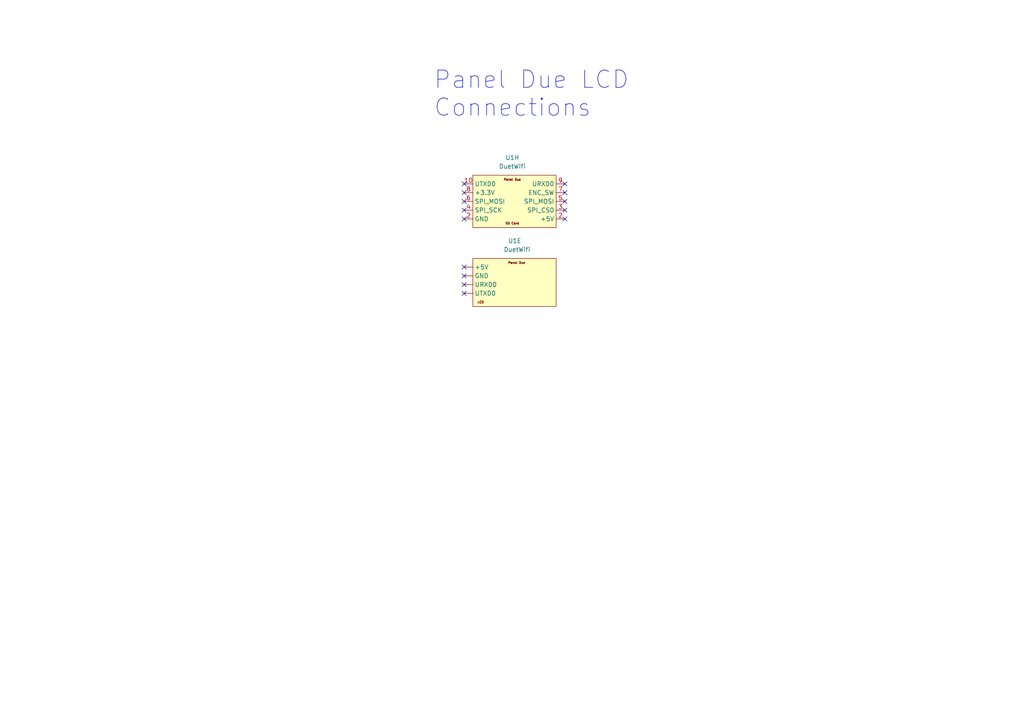
<source format=kicad_sch>
(kicad_sch (version 20211123) (generator eeschema)
  (paper "A4")
  (title_block (title "Panel Due LCD Connections") (company "The 10 Pin connector provides everything the 4 pin does plus SD card support"))
  (lib_symbols
    (symbol "DuetWifi_4"
      (property "Reference" "U" (at 5.08 2.54 0))
      (property "Value" "DuetWifi_4" (at -5.08 2.54 0))
      (symbol "DuetWifi_4_1_0"
        (text "Stepper Outputs" (at -10.16 -30.48 0) (effects (font (size 0.635 0.635)) (justify left)))
        (text "Stepper Outputs" (at -10.16 -30.48 0) (effects (font (size 0.635 0.635)) (justify left)))
      )
      (symbol "DuetWifi_4_1_1"
        (rectangle (start -13.97 0) (end 15.24 -38.1) (fill (type background)))
        (pin output line (at -16.51 -2.54 0) (length 2.54) (name "Drive0_A+") (number ""))
        (pin output line (at -16.51 -5.08 0) (length 2.54) (name "Drive0_A-") (number ""))
        (pin output line (at -16.51 -7.62 0) (length 2.54) (name "Drive0_B+") (number ""))
        (pin output line (at -16.51 -10.16 0) (length 2.54) (name "Drive0_B-") (number ""))
        (pin output line (at -16.51 -15.24 0) (length 2.54) (name "Drive1_A+") (number ""))
        (pin output line (at -16.51 -17.78 0) (length 2.54) (name "Drive1_A-") (number ""))
        (pin output line (at -16.51 -20.32 0) (length 2.54) (name "Drive1_B+") (number ""))
        (pin output line (at -16.51 -22.86 0) (length 2.54) (name "Drive1_B-") (number ""))
        (pin output line (at 17.78 -2.54 180) (length 2.54) (name "Drive2_A+") (number ""))
        (pin output line (at 17.78 -5.08 180) (length 2.54) (name "Drive2_A-") (number ""))
        (pin output line (at 17.78 -7.62 180) (length 2.54) (name "Drive2_B+") (number ""))
        (pin output line (at 17.78 -10.16 180) (length 2.54) (name "Drive2_B-") (number ""))
        (pin output line (at 17.78 -15.24 180) (length 2.54) (name "Drive3_A+") (number ""))
        (pin output line (at 17.78 -17.78 180) (length 2.54) (name "Drive3_A-") (number ""))
        (pin output line (at 17.78 -20.32 180) (length 2.54) (name "Drive3_B+") (number ""))
        (pin output line (at 17.78 -22.86 180) (length 2.54) (name "Drive3_B-") (number ""))
        (pin output line (at 17.78 -27.94 180) (length 2.54) (name "Drive4_A+") (number ""))
        (pin output line (at 17.78 -30.48 180) (length 2.54) (name "Drive4_A-") (number ""))
        (pin output line (at 17.78 -33.02 180) (length 2.54) (name "Drive4_B+") (number ""))
        (pin output line (at 17.78 -35.56 180) (length 2.54) (name "Drive4_B-") (number ""))
      )
      (symbol "DuetWifi_4_2_0"
        (rectangle (start -11.43 0) (end 11.43 -30.48) (fill (type background)))
        (text "End Stops" (at 0 -12.7 0) (effects (font (size 0.635 0.635))))
      )
      (symbol "DuetWifi_4_2_1"
        (pin power_out line (at -13.97 -22.86 0) (length 2.54) (name "3.3V") (number ""))
        (pin power_out line (at -13.97 -13.97 0) (length 2.54) (name "3.3V") (number ""))
        (pin power_out line (at 13.97 -20.32 180) (length 2.54) (name "3.3V") (number ""))
        (pin power_out line (at 13.97 -13.97 180) (length 2.54) (name "3.3V") (number ""))
        (pin power_out line (at 13.97 -5.08 180) (length 2.54) (name "3.3V") (number ""))
        (pin bidirectional line (at -13.97 -5.08 0) (length 2.54) (name "DIR11/LCD_E") (number ""))
        (pin input line (at 13.97 -7.62 180) (length 2.54) (name "E0_STOP") (number ""))
        (pin input line (at 13.97 -16.51 180) (length 2.54) (name "E1_STOP") (number ""))
        (pin power_out line (at -13.97 -20.32 0) (length 2.54) (name "GND") (number ""))
        (pin power_out line (at -13.97 -11.43 0) (length 2.54) (name "GND") (number ""))
        (pin power_out line (at -13.97 -2.54 0) (length 2.54) (name "GND") (number ""))
        (pin power_out line (at 13.97 -25.4 180) (length 2.54) (name "GND") (number ""))
        (pin power_out line (at 13.97 -11.43 180) (length 2.54) (name "GND") (number ""))
        (pin power_out line (at 13.97 -2.54 180) (length 2.54) (name "GND") (number ""))
        (pin input line (at -13.97 -25.4 0) (length 2.54) (name "X_STOP") (number ""))
        (pin input line (at -13.97 -16.51 0) (length 2.54) (name "Y_STOP") (number ""))
        (pin input line (at 13.97 -27.94 180) (length 2.54) (name "Z_PROBE_IN") (number ""))
        (pin output line (at 13.97 -22.86 180) (length 2.54) (name "Z_PROBE_MOD") (number ""))
        (pin input line (at -13.97 -7.62 0) (length 2.54) (name "Z_STOP") (number ""))
      )
      (symbol "DuetWifi_4_3_0"
        (rectangle (start -13.97 0) (end 15.24 -22.86) (fill (type background)))
        (text "Bed Output" (at 8.89 -20.32 0) (effects (font (size 0.635 0.635)) (justify left)))
        (text "Temp Sensors" (at -11.43 -20.32 0) (effects (font (size 0.635 0.635)) (justify left)))
      )
      (symbol "DuetWifi_4_3_1"
        (pin output line (at 17.78 -5.08 180) (length 2.54) (name "Bed-") (number ""))
        (pin output line (at 17.78 -11.43 180) (length 2.54) (name "E0") (number ""))
        (pin output line (at 17.78 -17.78 180) (length 2.54) (name "E1") (number ""))
        (pin input line (at -16.51 -2.54 0) (length 2.54) (name "Thermistor0+") (number ""))
        (pin input line (at -16.51 -5.08 0) (length 2.54) (name "Thermistor0-") (number ""))
        (pin input line (at -16.51 -8.89 0) (length 2.54) (name "Thermistor1+") (number ""))
        (pin input line (at -16.51 -11.43 0) (length 2.54) (name "Thermistor1-") (number ""))
        (pin input line (at -16.51 -15.24 0) (length 2.54) (name "Thermistor2+") (number ""))
        (pin input line (at -16.51 -17.78 0) (length 2.54) (name "Thermistor2-") (number ""))
        (pin power_in line (at 17.78 -15.24 180) (length 2.54) (name "VIN") (number ""))
        (pin power_in line (at 17.78 -8.89 180) (length 2.54) (name "VIN") (number ""))
        (pin power_in line (at 17.78 -2.54 180) (length 2.54) (name "VIN") (number ""))
      )
      (symbol "DuetWifi_4_4_0"
        (text "Always On Fans" (at -5.08 -22.86 0) (effects (font (size 0.635 0.635)) (justify left)))
        (text "Main Power" (at -5.08 -3.81 0) (effects (font (size 0.635 0.635)) (justify left)))
        (text "PMW Fans" (at 6.35 -17.78 0) (effects (font (size 0.635 0.635)) (justify left)))
        (text "PSU Wakeup" (at -5.08 -12.7 0) (effects (font (size 0.635 0.635)) (justify left)))
      )
      (symbol "DuetWifi_4_4_1"
        (rectangle (start -12.7 0) (end 12.7 -29.21) (fill (type background)))
        (pin power_in line (at -15.24 -2.54 0) (length 2.54) (name "24V+") (number ""))
        (pin power_in line (at -15.24 -10.16 0) (length 2.54) (name "5V+") (number ""))
        (pin output line (at 15.24 -2.54 180) (length 2.54) (name "Fan0+") (number ""))
        (pin output line (at 15.24 -5.08 180) (length 2.54) (name "Fan0-") (number ""))
        (pin output line (at 15.24 -7.62 180) (length 2.54) (name "Fan1+") (number ""))
        (pin output line (at 15.24 -10.16 180) (length 2.54) (name "Fan1-") (number ""))
        (pin output line (at 15.24 -12.7 180) (length 2.54) (name "Fan2+") (number ""))
        (pin output line (at 15.24 -15.24 180) (length 2.54) (name "Fan2-") (number ""))
        (pin output line (at -15.24 -26.67 0) (length 2.54) (name "GND") (number ""))
        (pin output line (at -15.24 -21.59 0) (length 2.54) (name "GND") (number ""))
        (pin power_in line (at -15.24 -15.24 0) (length 2.54) (name "GND") (number ""))
        (pin power_in line (at -15.24 -5.08 0) (length 2.54) (name "GND") (number ""))
        (pin input line (at -15.24 -12.7 0) (length 2.54) (name "PS_ON") (number ""))
        (pin output line (at -15.24 -24.13 0) (length 2.54) (name "V_Fan") (number ""))
        (pin output line (at -15.24 -19.05 0) (length 2.54) (name "V_Fan") (number ""))
      )
      (symbol "DuetWifi_4_5_0"
        (text "LCD" (at -11.43 -12.7 0) (effects (font (size 0.635 0.635)) (justify left)))
        (text "Panel Due" (at 0 -1.27 0) (effects (font (size 0.635 0.635))))
      )
      (symbol "DuetWifi_4_5_1"
        (rectangle (start -12.7 0) (end 11.43 -13.97) (fill (type background)))
        (pin power_out line (at -15.24 -2.54 0) (length 2.54) (name "+5V") (number ""))
        (pin power_out line (at -15.24 -5.08 0) (length 2.54) (name "GND") (number ""))
        (pin input line (at -15.24 -7.62 0) (length 2.54) (name "URXD0") (number ""))
        (pin output line (at -15.24 -10.16 0) (length 2.54) (name "UTXD0") (number ""))
      )
      (symbol "DuetWifi_4_6_0"
        (rectangle (start -15.24 0) (end 15.24 -15.24) (fill (type background)))
        (text "Temp DaughterBoard" (at -1.27 -2.54 0) (effects (font (size 0.635 0.635))))
      )
      (symbol "DuetWifi_4_6_1"
        (pin no_connect line (at -17.78 -2.54 0) (length 2.54) (name "NC") (number "10"))
        (pin power_out line (at -17.78 -12.7 0) (length 2.54) (name "GND") (number "2"))
        (pin bidirectional line (at 17.78 -10.16 180) (length 2.54) (name "SPI_CS1") (number "3"))
        (pin bidirectional line (at 17.78 -12.7 180) (length 2.54) (name "SPI_CS2") (number "3"))
        (pin bidirectional line (at -17.78 -10.16 0) (length 2.54) (name "SPI_SCK") (number "4"))
        (pin bidirectional line (at 17.78 -7.62 180) (length 2.54) (name "SPI_MOSI") (number "5"))
        (pin bidirectional line (at -17.78 -7.62 0) (length 2.54) (name "SPI_MISO") (number "6"))
        (pin bidirectional line (at 17.78 -5.08 180) (length 2.54) (name "SPI_CS3") (number "7"))
        (pin power_out line (at -17.78 -5.08 0) (length 2.54) (name "3.3V+") (number "8"))
        (pin bidirectional line (at 17.78 -2.54 180) (length 2.54) (name "SPI_CS4") (number "9"))
      )
      (symbol "DuetWifi_4_7_0"
        (rectangle (start -17.78 0) (end 16.51 -68.58) (fill (type background)))
        (text "E2 = Drive5" (at -3.81 -5.08 0) (effects (font (size 0.635 0.635)) (justify left)))
        (text "E3 = Drive6" (at -3.81 -6.35 0) (effects (font (size 0.635 0.635)) (justify left)))
        (text "E4 = Drive7" (at -3.81 -7.62 0) (effects (font (size 0.635 0.635)) (justify left)))
        (text "E5 = Drive8" (at -3.81 -8.89 0) (effects (font (size 0.635 0.635)) (justify left)))
        (text "E6 = Drive9" (at -3.81 -10.16 0) (effects (font (size 0.635 0.635)) (justify left)))
        (text "Expansion" (at -1.27 -2.54 0) (effects (font (size 0.635 0.635))))
      )
      (symbol "DuetWifi_4_7_1"
        (pin power_out line (at -20.32 -2.54 0) (length 2.54) (name "+5V") (number "1"))
        (pin bidirectional line (at 19.05 -15.24 180) (length 2.54) (name "E3_En") (number "10"))
        (pin bidirectional line (at -20.32 -15.24 0) (length 2.54) (name "E3_Dir") (number "11"))
        (pin bidirectional line (at 19.05 -17.78 180) (length 2.54) (name "E4_Stop") (number "12"))
        (pin bidirectional line (at -20.32 -17.78 0) (length 2.54) (name "Heater4") (number "13"))
        (pin bidirectional line (at 19.05 -20.32 180) (length 2.54) (name "E4_Dir") (number "14"))
        (pin bidirectional line (at -20.32 -20.32 0) (length 2.54) (name "E4_Step") (number "15"))
        (pin bidirectional line (at 19.05 -22.86 180) (length 2.54) (name "Heater5") (number "16"))
        (pin bidirectional line (at -20.32 -22.86 0) (length 2.54) (name "E4_En") (number "17"))
        (pin bidirectional line (at 19.05 -25.4 180) (length 2.54) (name "E5_Step") (number "18"))
        (pin bidirectional line (at -20.32 -25.4 0) (length 2.54) (name "E5_Stop") (number "19"))
        (pin power_out line (at 19.05 -2.54 180) (length 2.54) (name "GND") (number "2"))
        (pin bidirectional line (at 19.05 -27.94 180) (length 2.54) (name "E5_En") (number "20"))
        (pin bidirectional line (at -20.32 -27.94 0) (length 2.54) (name "E5_Dir") (number "21"))
        (pin bidirectional line (at 19.05 -30.48 180) (length 2.54) (name "E5_En") (number "22"))
        (pin bidirectional line (at -20.32 -30.48 0) (length 2.54) (name "Heater6") (number "23"))
        (pin bidirectional line (at 19.05 -33.02 180) (length 2.54) (name "E6_Stop") (number "24"))
        (pin bidirectional line (at -20.32 -33.02 0) (length 2.54) (name "E6_Step") (number "25"))
        (pin bidirectional line (at 19.05 -35.56 180) (length 2.54) (name "E6_Dir") (number "26"))
        (pin bidirectional line (at -20.32 -35.56 0) (length 2.54) (name "E6_En") (number "27"))
        (pin bidirectional line (at 19.05 -38.1 180) (length 2.54) (name "ENN") (number "28"))
        (pin bidirectional line (at -20.32 -38.1 0) (length 2.54) (name "PB6/TMS") (number "29"))
        (pin power_out line (at -20.32 -5.08 0) (length 2.54) (name "+3.3V") (number "3"))
        (pin power_out line (at 19.05 -40.64 180) (length 2.54) (name "GND") (number "30"))
        (pin bidirectional line (at -20.32 -40.64 0) (length 2.54) (name "Heater7") (number "31"))
        (pin bidirectional line (at 19.05 -43.18 180) (length 2.54) (name "SPI1_SCK_BE") (number "32"))
        (pin bidirectional line (at -20.32 -43.18 0) (length 2.54) (name "SPI1_Mosi_B") (number "33"))
        (pin bidirectional line (at 19.05 -45.72 180) (length 2.54) (name "Spi1_MISO") (number "34"))
        (pin bidirectional line (at -20.32 -45.72 0) (length 2.54) (name "Thermistor3") (number "35"))
        (pin bidirectional line (at 19.05 -48.26 180) (length 2.54) (name "Thermistor4") (number "36"))
        (pin bidirectional line (at -20.32 -48.26 0) (length 2.54) (name "Thermistor5") (number "37"))
        (pin bidirectional line (at 19.05 -50.8 180) (length 2.54) (name "Thermistor6") (number "38"))
        (pin bidirectional line (at -20.32 -50.8 0) (length 2.54) (name "Thermistor7") (number "39"))
        (pin bidirectional line (at 19.05 -7.62 180) (length 2.54) (name "E2_Dir") (number "4"))
        (pin bidirectional line (at 19.05 -5.08 180) (length 2.54) (name "E2_Stop") (number "4"))
        (pin bidirectional line (at 19.05 -53.34 180) (length 2.54) (name "VSSA") (number "40"))
        (pin bidirectional line (at -20.32 -53.34 0) (length 2.54) (name "ADVREF") (number "41"))
        (pin power_out line (at 19.05 -55.88 180) (length 2.54) (name "GND") (number "42"))
        (pin power_out line (at -20.32 -55.88 0) (length 2.54) (name "+3.3V") (number "43"))
        (pin bidirectional line (at 19.05 -58.42 180) (length 2.54) (name "Reset") (number "44"))
        (pin bidirectional line (at -20.32 -58.42 0) (length 2.54) (name "TWDO") (number "45"))
        (pin bidirectional line (at 19.05 -60.96 180) (length 2.54) (name "TWCK0") (number "46"))
        (pin bidirectional line (at -20.32 -60.96 0) (length 2.54) (name "SPI0_SCK") (number "47"))
        (pin bidirectional line (at 19.05 -63.5 180) (length 2.54) (name "SPI0_MOSI") (number "48"))
        (pin bidirectional line (at -20.32 -63.5 0) (length 2.54) (name "SPI0_MISO") (number "49"))
        (pin bidirectional line (at -20.32 -7.62 0) (length 2.54) (name "E2_Step") (number "5"))
        (pin bidirectional line (at 19.05 -66.04 180) (length 2.54) (name "CS5") (number "50"))
        (pin bidirectional line (at 19.05 -10.16 180) (length 2.54) (name "Heater3") (number "6"))
        (pin bidirectional line (at -20.32 -10.16 0) (length 2.54) (name "E2_En") (number "7"))
        (pin bidirectional line (at 19.05 -12.7 180) (length 2.54) (name "E3_Step") (number "8"))
        (pin bidirectional line (at -20.32 -12.7 0) (length 2.54) (name "E3_Stop") (number "9"))
      )
      (symbol "DuetWifi_4_8_0"
        (text "Panel Due" (at -3.81 -1.27 0) (effects (font (size 0.635 0.635)) (justify left)))
        (text "SD Card" (at -1.27 -13.97 0) (effects (font (size 0.635 0.635))))
      )
      (symbol "DuetWifi_4_8_1"
        (rectangle (start -12.7 0) (end 11.43 -15.24) (fill (type background)))
        (pin bidirectional line (at -15.24 -2.54 0) (length 2.54) (name "UTXD0") (number "10"))
        (pin power_out line (at 13.97 -12.7 180) (length 2.54) (name "+5V") (number "2"))
        (pin power_out line (at -15.24 -12.7 0) (length 2.54) (name "GND") (number "2"))
        (pin bidirectional line (at 13.97 -10.16 180) (length 2.54) (name "SPI_CS0") (number "3"))
        (pin bidirectional line (at -15.24 -10.16 0) (length 2.54) (name "SPI_SCK") (number "4"))
        (pin bidirectional line (at 13.97 -7.62 180) (length 2.54) (name "SPI_MOSI") (number "5"))
        (pin bidirectional line (at -15.24 -7.62 0) (length 2.54) (name "SPI_MOSI") (number "6"))
        (pin bidirectional line (at 13.97 -5.08 180) (length 2.54) (name "ENC_SW") (number "7"))
        (pin power_out line (at -15.24 -5.08 0) (length 2.54) (name "+3.3V") (number "8"))
        (pin bidirectional line (at 13.97 -2.54 180) (length 2.54) (name "URXD0") (number "9"))
      )
      (symbol "DuetWifi_4_9_0"
        (text "Conn LCD" (at -2.54 -1.27 0) (effects (font (size 0.635 0.635)) (justify left)))
        (text "Stepper Channel 10/11" (at 0 -13.97 0) (effects (font (size 0.635 0.635))))
      )
      (symbol "DuetWifi_4_9_1"
        (rectangle (start -20.32 0) (end 19.05 -15.24) (fill (type background)))
        (pin power_out line (at 21.59 -12.7 180) (length 2.54) (name "+3.3V") (number "1"))
        (pin bidirectional line (at -22.86 -2.54 0) (length 2.54) (name "STP11/LCD_DB4") (number "10"))
        (pin power_out line (at -22.86 -12.7 0) (length 2.54) (name "GND") (number "2"))
        (pin bidirectional line (at 21.59 -10.16 180) (length 2.54) (name "STOP10/ENC_B") (number "3"))
        (pin bidirectional line (at -22.86 -10.16 0) (length 2.54) (name "STOP11/ENC_A") (number "4"))
        (pin bidirectional line (at 21.59 -7.62 180) (length 2.54) (name "EN10/LCD_DB7") (number "5"))
        (pin bidirectional line (at -22.86 -7.62 0) (length 2.54) (name "EN11/LCD_RS") (number "6"))
        (pin bidirectional line (at 21.59 -5.08 180) (length 2.54) (name "DIR10/LCD_DB6") (number "7"))
        (pin bidirectional line (at -22.86 -5.08 0) (length 2.54) (name "DIR11/LCD_E") (number "8"))
        (pin bidirectional line (at 21.59 -2.54 180) (length 2.54) (name "STP10/LCD_DB5") (number "9"))
      )
    )
    (symbol "DuetWifi_6"
      (property "Reference" "U" (at 5.08 2.54 0))
      (property "Value" "DuetWifi_6" (at -5.08 2.54 0))
      (symbol "DuetWifi_6_1_0"
        (text "Stepper Outputs" (at -10.16 -30.48 0) (effects (font (size 0.635 0.635)) (justify left)))
        (text "Stepper Outputs" (at -10.16 -30.48 0) (effects (font (size 0.635 0.635)) (justify left)))
      )
      (symbol "DuetWifi_6_1_1"
        (rectangle (start -13.97 0) (end 15.24 -38.1) (fill (type background)))
        (pin output line (at -16.51 -2.54 0) (length 2.54) (name "Drive0_A+") (number ""))
        (pin output line (at -16.51 -5.08 0) (length 2.54) (name "Drive0_A-") (number ""))
        (pin output line (at -16.51 -7.62 0) (length 2.54) (name "Drive0_B+") (number ""))
        (pin output line (at -16.51 -10.16 0) (length 2.54) (name "Drive0_B-") (number ""))
        (pin output line (at -16.51 -15.24 0) (length 2.54) (name "Drive1_A+") (number ""))
        (pin output line (at -16.51 -17.78 0) (length 2.54) (name "Drive1_A-") (number ""))
        (pin output line (at -16.51 -20.32 0) (length 2.54) (name "Drive1_B+") (number ""))
        (pin output line (at -16.51 -22.86 0) (length 2.54) (name "Drive1_B-") (number ""))
        (pin output line (at 17.78 -2.54 180) (length 2.54) (name "Drive2_A+") (number ""))
        (pin output line (at 17.78 -5.08 180) (length 2.54) (name "Drive2_A-") (number ""))
        (pin output line (at 17.78 -7.62 180) (length 2.54) (name "Drive2_B+") (number ""))
        (pin output line (at 17.78 -10.16 180) (length 2.54) (name "Drive2_B-") (number ""))
        (pin output line (at 17.78 -15.24 180) (length 2.54) (name "Drive3_A+") (number ""))
        (pin output line (at 17.78 -17.78 180) (length 2.54) (name "Drive3_A-") (number ""))
        (pin output line (at 17.78 -20.32 180) (length 2.54) (name "Drive3_B+") (number ""))
        (pin output line (at 17.78 -22.86 180) (length 2.54) (name "Drive3_B-") (number ""))
        (pin output line (at 17.78 -27.94 180) (length 2.54) (name "Drive4_A+") (number ""))
        (pin output line (at 17.78 -30.48 180) (length 2.54) (name "Drive4_A-") (number ""))
        (pin output line (at 17.78 -33.02 180) (length 2.54) (name "Drive4_B+") (number ""))
        (pin output line (at 17.78 -35.56 180) (length 2.54) (name "Drive4_B-") (number ""))
      )
      (symbol "DuetWifi_6_2_0"
        (rectangle (start -11.43 0) (end 11.43 -30.48) (fill (type background)))
        (text "End Stops" (at 0 -12.7 0) (effects (font (size 0.635 0.635))))
      )
      (symbol "DuetWifi_6_2_1"
        (pin power_out line (at -13.97 -22.86 0) (length 2.54) (name "3.3V") (number ""))
        (pin power_out line (at -13.97 -13.97 0) (length 2.54) (name "3.3V") (number ""))
        (pin power_out line (at 13.97 -20.32 180) (length 2.54) (name "3.3V") (number ""))
        (pin power_out line (at 13.97 -13.97 180) (length 2.54) (name "3.3V") (number ""))
        (pin power_out line (at 13.97 -5.08 180) (length 2.54) (name "3.3V") (number ""))
        (pin bidirectional line (at -13.97 -5.08 0) (length 2.54) (name "DIR11/LCD_E") (number ""))
        (pin input line (at 13.97 -7.62 180) (length 2.54) (name "E0_STOP") (number ""))
        (pin input line (at 13.97 -16.51 180) (length 2.54) (name "E1_STOP") (number ""))
        (pin power_out line (at -13.97 -20.32 0) (length 2.54) (name "GND") (number ""))
        (pin power_out line (at -13.97 -11.43 0) (length 2.54) (name "GND") (number ""))
        (pin power_out line (at -13.97 -2.54 0) (length 2.54) (name "GND") (number ""))
        (pin power_out line (at 13.97 -25.4 180) (length 2.54) (name "GND") (number ""))
        (pin power_out line (at 13.97 -11.43 180) (length 2.54) (name "GND") (number ""))
        (pin power_out line (at 13.97 -2.54 180) (length 2.54) (name "GND") (number ""))
        (pin input line (at -13.97 -25.4 0) (length 2.54) (name "X_STOP") (number ""))
        (pin input line (at -13.97 -16.51 0) (length 2.54) (name "Y_STOP") (number ""))
        (pin input line (at 13.97 -27.94 180) (length 2.54) (name "Z_PROBE_IN") (number ""))
        (pin output line (at 13.97 -22.86 180) (length 2.54) (name "Z_PROBE_MOD") (number ""))
        (pin input line (at -13.97 -7.62 0) (length 2.54) (name "Z_STOP") (number ""))
      )
      (symbol "DuetWifi_6_3_0"
        (rectangle (start -13.97 0) (end 15.24 -22.86) (fill (type background)))
        (text "Bed Output" (at 8.89 -20.32 0) (effects (font (size 0.635 0.635)) (justify left)))
        (text "Temp Sensors" (at -11.43 -20.32 0) (effects (font (size 0.635 0.635)) (justify left)))
      )
      (symbol "DuetWifi_6_3_1"
        (pin output line (at 17.78 -5.08 180) (length 2.54) (name "Bed-") (number ""))
        (pin output line (at 17.78 -11.43 180) (length 2.54) (name "E0") (number ""))
        (pin output line (at 17.78 -17.78 180) (length 2.54) (name "E1") (number ""))
        (pin input line (at -16.51 -2.54 0) (length 2.54) (name "Thermistor0+") (number ""))
        (pin input line (at -16.51 -5.08 0) (length 2.54) (name "Thermistor0-") (number ""))
        (pin input line (at -16.51 -8.89 0) (length 2.54) (name "Thermistor1+") (number ""))
        (pin input line (at -16.51 -11.43 0) (length 2.54) (name "Thermistor1-") (number ""))
        (pin input line (at -16.51 -15.24 0) (length 2.54) (name "Thermistor2+") (number ""))
        (pin input line (at -16.51 -17.78 0) (length 2.54) (name "Thermistor2-") (number ""))
        (pin power_in line (at 17.78 -15.24 180) (length 2.54) (name "VIN") (number ""))
        (pin power_in line (at 17.78 -8.89 180) (length 2.54) (name "VIN") (number ""))
        (pin power_in line (at 17.78 -2.54 180) (length 2.54) (name "VIN") (number ""))
      )
      (symbol "DuetWifi_6_4_0"
        (text "Always On Fans" (at -5.08 -22.86 0) (effects (font (size 0.635 0.635)) (justify left)))
        (text "Main Power" (at -5.08 -3.81 0) (effects (font (size 0.635 0.635)) (justify left)))
        (text "PMW Fans" (at 6.35 -17.78 0) (effects (font (size 0.635 0.635)) (justify left)))
        (text "PSU Wakeup" (at -5.08 -12.7 0) (effects (font (size 0.635 0.635)) (justify left)))
      )
      (symbol "DuetWifi_6_4_1"
        (rectangle (start -12.7 0) (end 12.7 -29.21) (fill (type background)))
        (pin power_in line (at -15.24 -2.54 0) (length 2.54) (name "24V+") (number ""))
        (pin power_in line (at -15.24 -10.16 0) (length 2.54) (name "5V+") (number ""))
        (pin output line (at 15.24 -2.54 180) (length 2.54) (name "Fan0+") (number ""))
        (pin output line (at 15.24 -5.08 180) (length 2.54) (name "Fan0-") (number ""))
        (pin output line (at 15.24 -7.62 180) (length 2.54) (name "Fan1+") (number ""))
        (pin output line (at 15.24 -10.16 180) (length 2.54) (name "Fan1-") (number ""))
        (pin output line (at 15.24 -12.7 180) (length 2.54) (name "Fan2+") (number ""))
        (pin output line (at 15.24 -15.24 180) (length 2.54) (name "Fan2-") (number ""))
        (pin output line (at -15.24 -26.67 0) (length 2.54) (name "GND") (number ""))
        (pin output line (at -15.24 -21.59 0) (length 2.54) (name "GND") (number ""))
        (pin power_in line (at -15.24 -15.24 0) (length 2.54) (name "GND") (number ""))
        (pin power_in line (at -15.24 -5.08 0) (length 2.54) (name "GND") (number ""))
        (pin input line (at -15.24 -12.7 0) (length 2.54) (name "PS_ON") (number ""))
        (pin output line (at -15.24 -24.13 0) (length 2.54) (name "V_Fan") (number ""))
        (pin output line (at -15.24 -19.05 0) (length 2.54) (name "V_Fan") (number ""))
      )
      (symbol "DuetWifi_6_5_0"
        (text "LCD" (at -11.43 -12.7 0) (effects (font (size 0.635 0.635)) (justify left)))
        (text "Panel Due" (at 0 -1.27 0) (effects (font (size 0.635 0.635))))
      )
      (symbol "DuetWifi_6_5_1"
        (rectangle (start -12.7 0) (end 11.43 -13.97) (fill (type background)))
        (pin power_out line (at -15.24 -2.54 0) (length 2.54) (name "+5V") (number ""))
        (pin power_out line (at -15.24 -5.08 0) (length 2.54) (name "GND") (number ""))
        (pin input line (at -15.24 -7.62 0) (length 2.54) (name "URXD0") (number ""))
        (pin output line (at -15.24 -10.16 0) (length 2.54) (name "UTXD0") (number ""))
      )
      (symbol "DuetWifi_6_6_0"
        (rectangle (start -15.24 0) (end 15.24 -15.24) (fill (type background)))
        (text "Temp DaughterBoard" (at -1.27 -2.54 0) (effects (font (size 0.635 0.635))))
      )
      (symbol "DuetWifi_6_6_1"
        (pin no_connect line (at -17.78 -2.54 0) (length 2.54) (name "NC") (number "10"))
        (pin power_out line (at -17.78 -12.7 0) (length 2.54) (name "GND") (number "2"))
        (pin bidirectional line (at 17.78 -10.16 180) (length 2.54) (name "SPI_CS1") (number "3"))
        (pin bidirectional line (at 17.78 -12.7 180) (length 2.54) (name "SPI_CS2") (number "3"))
        (pin bidirectional line (at -17.78 -10.16 0) (length 2.54) (name "SPI_SCK") (number "4"))
        (pin bidirectional line (at 17.78 -7.62 180) (length 2.54) (name "SPI_MOSI") (number "5"))
        (pin bidirectional line (at -17.78 -7.62 0) (length 2.54) (name "SPI_MISO") (number "6"))
        (pin bidirectional line (at 17.78 -5.08 180) (length 2.54) (name "SPI_CS3") (number "7"))
        (pin power_out line (at -17.78 -5.08 0) (length 2.54) (name "3.3V+") (number "8"))
        (pin bidirectional line (at 17.78 -2.54 180) (length 2.54) (name "SPI_CS4") (number "9"))
      )
      (symbol "DuetWifi_6_7_0"
        (rectangle (start -17.78 0) (end 16.51 -68.58) (fill (type background)))
        (text "E2 = Drive5" (at -3.81 -5.08 0) (effects (font (size 0.635 0.635)) (justify left)))
        (text "E3 = Drive6" (at -3.81 -6.35 0) (effects (font (size 0.635 0.635)) (justify left)))
        (text "E4 = Drive7" (at -3.81 -7.62 0) (effects (font (size 0.635 0.635)) (justify left)))
        (text "E5 = Drive8" (at -3.81 -8.89 0) (effects (font (size 0.635 0.635)) (justify left)))
        (text "E6 = Drive9" (at -3.81 -10.16 0) (effects (font (size 0.635 0.635)) (justify left)))
        (text "Expansion" (at -1.27 -2.54 0) (effects (font (size 0.635 0.635))))
      )
      (symbol "DuetWifi_6_7_1"
        (pin power_out line (at -20.32 -2.54 0) (length 2.54) (name "+5V") (number "1"))
        (pin bidirectional line (at 19.05 -15.24 180) (length 2.54) (name "E3_En") (number "10"))
        (pin bidirectional line (at -20.32 -15.24 0) (length 2.54) (name "E3_Dir") (number "11"))
        (pin bidirectional line (at 19.05 -17.78 180) (length 2.54) (name "E4_Stop") (number "12"))
        (pin bidirectional line (at -20.32 -17.78 0) (length 2.54) (name "Heater4") (number "13"))
        (pin bidirectional line (at 19.05 -20.32 180) (length 2.54) (name "E4_Dir") (number "14"))
        (pin bidirectional line (at -20.32 -20.32 0) (length 2.54) (name "E4_Step") (number "15"))
        (pin bidirectional line (at 19.05 -22.86 180) (length 2.54) (name "Heater5") (number "16"))
        (pin bidirectional line (at -20.32 -22.86 0) (length 2.54) (name "E4_En") (number "17"))
        (pin bidirectional line (at 19.05 -25.4 180) (length 2.54) (name "E5_Step") (number "18"))
        (pin bidirectional line (at -20.32 -25.4 0) (length 2.54) (name "E5_Stop") (number "19"))
        (pin power_out line (at 19.05 -2.54 180) (length 2.54) (name "GND") (number "2"))
        (pin bidirectional line (at 19.05 -27.94 180) (length 2.54) (name "E5_En") (number "20"))
        (pin bidirectional line (at -20.32 -27.94 0) (length 2.54) (name "E5_Dir") (number "21"))
        (pin bidirectional line (at 19.05 -30.48 180) (length 2.54) (name "E5_En") (number "22"))
        (pin bidirectional line (at -20.32 -30.48 0) (length 2.54) (name "Heater6") (number "23"))
        (pin bidirectional line (at 19.05 -33.02 180) (length 2.54) (name "E6_Stop") (number "24"))
        (pin bidirectional line (at -20.32 -33.02 0) (length 2.54) (name "E6_Step") (number "25"))
        (pin bidirectional line (at 19.05 -35.56 180) (length 2.54) (name "E6_Dir") (number "26"))
        (pin bidirectional line (at -20.32 -35.56 0) (length 2.54) (name "E6_En") (number "27"))
        (pin bidirectional line (at 19.05 -38.1 180) (length 2.54) (name "ENN") (number "28"))
        (pin bidirectional line (at -20.32 -38.1 0) (length 2.54) (name "PB6/TMS") (number "29"))
        (pin power_out line (at -20.32 -5.08 0) (length 2.54) (name "+3.3V") (number "3"))
        (pin power_out line (at 19.05 -40.64 180) (length 2.54) (name "GND") (number "30"))
        (pin bidirectional line (at -20.32 -40.64 0) (length 2.54) (name "Heater7") (number "31"))
        (pin bidirectional line (at 19.05 -43.18 180) (length 2.54) (name "SPI1_SCK_BE") (number "32"))
        (pin bidirectional line (at -20.32 -43.18 0) (length 2.54) (name "SPI1_Mosi_B") (number "33"))
        (pin bidirectional line (at 19.05 -45.72 180) (length 2.54) (name "Spi1_MISO") (number "34"))
        (pin bidirectional line (at -20.32 -45.72 0) (length 2.54) (name "Thermistor3") (number "35"))
        (pin bidirectional line (at 19.05 -48.26 180) (length 2.54) (name "Thermistor4") (number "36"))
        (pin bidirectional line (at -20.32 -48.26 0) (length 2.54) (name "Thermistor5") (number "37"))
        (pin bidirectional line (at 19.05 -50.8 180) (length 2.54) (name "Thermistor6") (number "38"))
        (pin bidirectional line (at -20.32 -50.8 0) (length 2.54) (name "Thermistor7") (number "39"))
        (pin bidirectional line (at 19.05 -7.62 180) (length 2.54) (name "E2_Dir") (number "4"))
        (pin bidirectional line (at 19.05 -5.08 180) (length 2.54) (name "E2_Stop") (number "4"))
        (pin bidirectional line (at 19.05 -53.34 180) (length 2.54) (name "VSSA") (number "40"))
        (pin bidirectional line (at -20.32 -53.34 0) (length 2.54) (name "ADVREF") (number "41"))
        (pin power_out line (at 19.05 -55.88 180) (length 2.54) (name "GND") (number "42"))
        (pin power_out line (at -20.32 -55.88 0) (length 2.54) (name "+3.3V") (number "43"))
        (pin bidirectional line (at 19.05 -58.42 180) (length 2.54) (name "Reset") (number "44"))
        (pin bidirectional line (at -20.32 -58.42 0) (length 2.54) (name "TWDO") (number "45"))
        (pin bidirectional line (at 19.05 -60.96 180) (length 2.54) (name "TWCK0") (number "46"))
        (pin bidirectional line (at -20.32 -60.96 0) (length 2.54) (name "SPI0_SCK") (number "47"))
        (pin bidirectional line (at 19.05 -63.5 180) (length 2.54) (name "SPI0_MOSI") (number "48"))
        (pin bidirectional line (at -20.32 -63.5 0) (length 2.54) (name "SPI0_MISO") (number "49"))
        (pin bidirectional line (at -20.32 -7.62 0) (length 2.54) (name "E2_Step") (number "5"))
        (pin bidirectional line (at 19.05 -66.04 180) (length 2.54) (name "CS5") (number "50"))
        (pin bidirectional line (at 19.05 -10.16 180) (length 2.54) (name "Heater3") (number "6"))
        (pin bidirectional line (at -20.32 -10.16 0) (length 2.54) (name "E2_En") (number "7"))
        (pin bidirectional line (at 19.05 -12.7 180) (length 2.54) (name "E3_Step") (number "8"))
        (pin bidirectional line (at -20.32 -12.7 0) (length 2.54) (name "E3_Stop") (number "9"))
      )
      (symbol "DuetWifi_6_8_0"
        (text "Panel Due" (at -3.81 -1.27 0) (effects (font (size 0.635 0.635)) (justify left)))
        (text "SD Card" (at -1.27 -13.97 0) (effects (font (size 0.635 0.635))))
      )
      (symbol "DuetWifi_6_8_1"
        (rectangle (start -12.7 0) (end 11.43 -15.24) (fill (type background)))
        (pin bidirectional line (at -15.24 -2.54 0) (length 2.54) (name "UTXD0") (number "10"))
        (pin power_out line (at 13.97 -12.7 180) (length 2.54) (name "+5V") (number "2"))
        (pin power_out line (at -15.24 -12.7 0) (length 2.54) (name "GND") (number "2"))
        (pin bidirectional line (at 13.97 -10.16 180) (length 2.54) (name "SPI_CS0") (number "3"))
        (pin bidirectional line (at -15.24 -10.16 0) (length 2.54) (name "SPI_SCK") (number "4"))
        (pin bidirectional line (at 13.97 -7.62 180) (length 2.54) (name "SPI_MOSI") (number "5"))
        (pin bidirectional line (at -15.24 -7.62 0) (length 2.54) (name "SPI_MOSI") (number "6"))
        (pin bidirectional line (at 13.97 -5.08 180) (length 2.54) (name "ENC_SW") (number "7"))
        (pin power_out line (at -15.24 -5.08 0) (length 2.54) (name "+3.3V") (number "8"))
        (pin bidirectional line (at 13.97 -2.54 180) (length 2.54) (name "URXD0") (number "9"))
      )
      (symbol "DuetWifi_6_9_0"
        (text "Conn LCD" (at -2.54 -1.27 0) (effects (font (size 0.635 0.635)) (justify left)))
        (text "Stepper Channel 10/11" (at 0 -13.97 0) (effects (font (size 0.635 0.635))))
      )
      (symbol "DuetWifi_6_9_1"
        (rectangle (start -20.32 0) (end 19.05 -15.24) (fill (type background)))
        (pin power_out line (at 21.59 -12.7 180) (length 2.54) (name "+3.3V") (number "1"))
        (pin bidirectional line (at -22.86 -2.54 0) (length 2.54) (name "STP11/LCD_DB4") (number "10"))
        (pin power_out line (at -22.86 -12.7 0) (length 2.54) (name "GND") (number "2"))
        (pin bidirectional line (at 21.59 -10.16 180) (length 2.54) (name "STOP10/ENC_B") (number "3"))
        (pin bidirectional line (at -22.86 -10.16 0) (length 2.54) (name "STOP11/ENC_A") (number "4"))
        (pin bidirectional line (at 21.59 -7.62 180) (length 2.54) (name "EN10/LCD_DB7") (number "5"))
        (pin bidirectional line (at -22.86 -7.62 0) (length 2.54) (name "EN11/LCD_RS") (number "6"))
        (pin bidirectional line (at 21.59 -5.08 180) (length 2.54) (name "DIR10/LCD_DB6") (number "7"))
        (pin bidirectional line (at -22.86 -5.08 0) (length 2.54) (name "DIR11/LCD_E") (number "8"))
        (pin bidirectional line (at 21.59 -2.54 180) (length 2.54) (name "STP10/LCD_DB5") (number "9"))
      )
    )
  )
  (no_connect (at 134.62 82.55))
  (no_connect (at 134.62 80.01))
  (no_connect (at 134.62 85.09))
  (no_connect (at 134.62 77.47))
  (no_connect (at 134.62 53.34))
  (no_connect (at 134.62 55.88))
  (no_connect (at 134.62 58.42))
  (no_connect (at 163.83 53.34))
  (no_connect (at 134.62 60.96))
  (no_connect (at 134.62 63.5))
  (no_connect (at 163.83 63.5))
  (no_connect (at 163.83 60.96))
  (no_connect (at 163.83 58.42))
  (no_connect (at 163.83 55.88))
  (text "Panel Due LCD\nConnections" (at 125.73 34.29 0) (effects (font (size 5.02 5.02)) (justify left bottom)))
  (symbol (lib_name "DuetWifi_6") (lib_id "Custom_Boards:DuetWifi") (at 149.86 74.93 0) (unit 5)
    (property "Reference" "U1" (at 147.32 69.85 0) (effects (justify left)))
    (property "Value" "DuetWifi" (at 146.05 72.39 0) (effects (justify left)))
  )
  (symbol (lib_name "DuetWifi_4") (lib_id "Custom_Boards:DuetWifi") (at 149.86 50.8 0) (unit 8)
    (property "Reference" "U1" (at 148.59 45.72 0))
    (property "Value" "DuetWifi" (at 148.59 48.26 0))
  )
)
</source>
